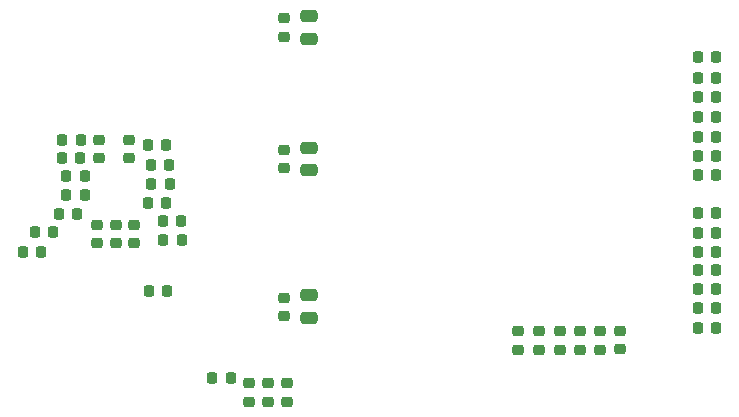
<source format=gbr>
%TF.GenerationSoftware,KiCad,Pcbnew,9.0.0*%
%TF.CreationDate,2025-02-27T19:38:35-05:00*%
%TF.ProjectId,S25-26,5332352d-3236-42e6-9b69-6361645f7063,rev?*%
%TF.SameCoordinates,Original*%
%TF.FileFunction,Paste,Bot*%
%TF.FilePolarity,Positive*%
%FSLAX46Y46*%
G04 Gerber Fmt 4.6, Leading zero omitted, Abs format (unit mm)*
G04 Created by KiCad (PCBNEW 9.0.0) date 2025-02-27 19:38:35*
%MOMM*%
%LPD*%
G01*
G04 APERTURE LIST*
G04 Aperture macros list*
%AMRoundRect*
0 Rectangle with rounded corners*
0 $1 Rounding radius*
0 $2 $3 $4 $5 $6 $7 $8 $9 X,Y pos of 4 corners*
0 Add a 4 corners polygon primitive as box body*
4,1,4,$2,$3,$4,$5,$6,$7,$8,$9,$2,$3,0*
0 Add four circle primitives for the rounded corners*
1,1,$1+$1,$2,$3*
1,1,$1+$1,$4,$5*
1,1,$1+$1,$6,$7*
1,1,$1+$1,$8,$9*
0 Add four rect primitives between the rounded corners*
20,1,$1+$1,$2,$3,$4,$5,0*
20,1,$1+$1,$4,$5,$6,$7,0*
20,1,$1+$1,$6,$7,$8,$9,0*
20,1,$1+$1,$8,$9,$2,$3,0*%
G04 Aperture macros list end*
%ADD10RoundRect,0.225000X0.225000X0.250000X-0.225000X0.250000X-0.225000X-0.250000X0.225000X-0.250000X0*%
%ADD11RoundRect,0.225000X-0.225000X-0.250000X0.225000X-0.250000X0.225000X0.250000X-0.225000X0.250000X0*%
%ADD12RoundRect,0.225000X0.250000X-0.225000X0.250000X0.225000X-0.250000X0.225000X-0.250000X-0.225000X0*%
%ADD13RoundRect,0.225000X-0.250000X0.225000X-0.250000X-0.225000X0.250000X-0.225000X0.250000X0.225000X0*%
%ADD14RoundRect,0.250000X0.475000X-0.250000X0.475000X0.250000X-0.475000X0.250000X-0.475000X-0.250000X0*%
G04 APERTURE END LIST*
D10*
%TO.C,C38*%
X138575000Y-106650000D03*
X140125000Y-106650000D03*
%TD*%
D11*
%TO.C,C52*%
X145475000Y-104050000D03*
X147025000Y-104050000D03*
%TD*%
D10*
%TO.C,C29*%
X139725000Y-105150000D03*
X138175000Y-105150000D03*
%TD*%
D12*
%TO.C,C44*%
X143850000Y-105150000D03*
X143850000Y-103600000D03*
%TD*%
D13*
%TO.C,C54*%
X155650000Y-124200000D03*
X155650000Y-125750000D03*
%TD*%
D14*
%TO.C,C69*%
X159100000Y-118650000D03*
X159100000Y-116750000D03*
%TD*%
D11*
%TO.C,C61*%
X146725000Y-110450000D03*
X148275000Y-110450000D03*
%TD*%
D12*
%TO.C,C3*%
X182060000Y-121330000D03*
X182060000Y-119780000D03*
%TD*%
D10*
%TO.C,C51*%
X152475000Y-123700000D03*
X150925000Y-123700000D03*
%TD*%
%TO.C,C6*%
X193565000Y-99980000D03*
X192015000Y-99980000D03*
%TD*%
D12*
%TO.C,C67*%
X157000000Y-105975000D03*
X157000000Y-104425000D03*
%TD*%
D11*
%TO.C,C49*%
X145575000Y-116350000D03*
X147125000Y-116350000D03*
%TD*%
D10*
%TO.C,C8*%
X193555000Y-104950000D03*
X192005000Y-104950000D03*
%TD*%
D12*
%TO.C,C14*%
X185460000Y-121310000D03*
X185460000Y-119760000D03*
%TD*%
D10*
%TO.C,C10*%
X193555000Y-98300000D03*
X192005000Y-98300000D03*
%TD*%
D13*
%TO.C,C19*%
X176820000Y-119785000D03*
X176820000Y-121335000D03*
%TD*%
D10*
%TO.C,C45*%
X139475000Y-109850000D03*
X137925000Y-109850000D03*
%TD*%
D11*
%TO.C,C50*%
X145725000Y-105700000D03*
X147275000Y-105700000D03*
%TD*%
%TO.C,C34*%
X145440000Y-108950000D03*
X146990000Y-108950000D03*
%TD*%
D10*
%TO.C,C56*%
X139775000Y-103600000D03*
X138225000Y-103600000D03*
%TD*%
%TO.C,C17*%
X193570000Y-114610000D03*
X192020000Y-114610000D03*
%TD*%
D12*
%TO.C,C4*%
X180330000Y-121330000D03*
X180330000Y-119780000D03*
%TD*%
D13*
%TO.C,C32*%
X142750000Y-110800000D03*
X142750000Y-112350000D03*
%TD*%
%TO.C,C53*%
X154050000Y-124200000D03*
X154050000Y-125750000D03*
%TD*%
D14*
%TO.C,C68*%
X159100000Y-95000000D03*
X159100000Y-93100000D03*
%TD*%
D13*
%TO.C,C47*%
X157250000Y-124200000D03*
X157250000Y-125750000D03*
%TD*%
D10*
%TO.C,C7*%
X193560000Y-103310000D03*
X192010000Y-103310000D03*
%TD*%
D13*
%TO.C,C31*%
X141200000Y-110800000D03*
X141200000Y-112350000D03*
%TD*%
D10*
%TO.C,C16*%
X193560000Y-111420000D03*
X192010000Y-111420000D03*
%TD*%
%TO.C,C36*%
X140125000Y-108250000D03*
X138575000Y-108250000D03*
%TD*%
D12*
%TO.C,C66*%
X157000000Y-118475000D03*
X157000000Y-116925000D03*
%TD*%
%TO.C,C2*%
X183760000Y-121330000D03*
X183760000Y-119780000D03*
%TD*%
D11*
%TO.C,C35*%
X145750000Y-107350000D03*
X147300000Y-107350000D03*
%TD*%
D12*
%TO.C,C41*%
X141300000Y-105125000D03*
X141300000Y-103575000D03*
%TD*%
D14*
%TO.C,C70*%
X159100000Y-106150000D03*
X159100000Y-104250000D03*
%TD*%
D10*
%TO.C,C9*%
X193555000Y-109810000D03*
X192005000Y-109810000D03*
%TD*%
%TO.C,C12*%
X193570000Y-113040000D03*
X192020000Y-113040000D03*
%TD*%
%TO.C,C5*%
X193570000Y-96600000D03*
X192020000Y-96600000D03*
%TD*%
%TO.C,C13*%
X193570000Y-116210000D03*
X192020000Y-116210000D03*
%TD*%
D13*
%TO.C,C33*%
X144300000Y-110775000D03*
X144300000Y-112325000D03*
%TD*%
D12*
%TO.C,C65*%
X157000000Y-94850000D03*
X157000000Y-93300000D03*
%TD*%
D10*
%TO.C,C18*%
X193580000Y-117850000D03*
X192030000Y-117850000D03*
%TD*%
%TO.C,C46*%
X137450000Y-111400000D03*
X135900000Y-111400000D03*
%TD*%
%TO.C,C11*%
X193565000Y-101640000D03*
X192015000Y-101640000D03*
%TD*%
%TO.C,C59*%
X136437500Y-113100000D03*
X134887500Y-113100000D03*
%TD*%
D13*
%TO.C,C20*%
X178600000Y-119780000D03*
X178600000Y-121330000D03*
%TD*%
D10*
%TO.C,C1*%
X193580000Y-119470000D03*
X192030000Y-119470000D03*
%TD*%
D11*
%TO.C,C58*%
X146775000Y-112050000D03*
X148325000Y-112050000D03*
%TD*%
D10*
%TO.C,C15*%
X193555000Y-106570000D03*
X192005000Y-106570000D03*
%TD*%
M02*

</source>
